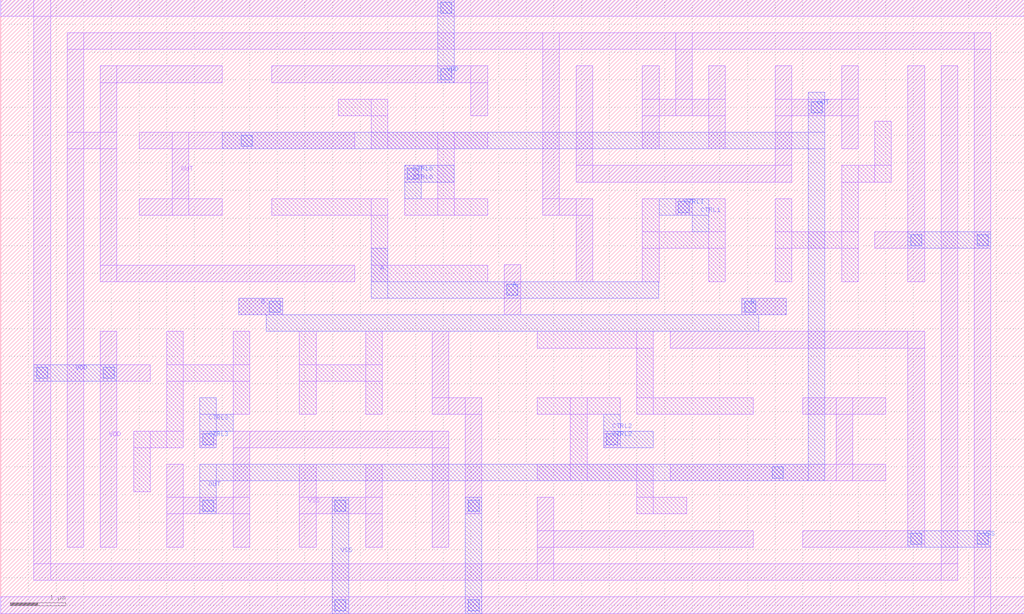
<source format=lef>
VERSION 5.6 ;
BUSBITCHARS "[]" ;
DIVIDERCHAR "/" ;

PROPERTYDEFINITIONS
  MACRO CatenaDesignType STRING ;
END PROPERTYDEFINITIONS

MACRO INV_1
  CLASS CORE ;
  ORIGIN 0 0.15 ;
  FOREIGN INV_1 0 -0.15 ;
  SIZE 12.3 BY 11.1 ;
  SYMMETRY X Y ;
  SITE CoreSite ;
  PIN CTRL0
    DIRECTION INPUT ;
    USE SIGNAL ;
    PORT
      LAYER Metal1 ;
        RECT 1.8 7.65 2.1 7.95 ;
      LAYER Metal2 ;
        RECT 1.8 7.65 3 7.95 ;
        RECT 1.8 7.05 2.1 7.95 ;
      LAYER VIA1 ;
        RECT 1.85 7.7 2.05 7.9 ;
    END
  END CTRL0
  PIN CTRL1
    DIRECTION INPUT ;
    USE SIGNAL ;
    PORT
      LAYER Metal2 ;
        RECT 7.8 9.45 8.7 9.75 ;
        RECT 8.4 8.55 8.7 9.75 ;
      LAYER VIA1 ;
        RECT 8.45 9.5 8.65 9.7 ;
    END
  END CTRL1
  PIN CTRL2
    DIRECTION INPUT ;
    USE SIGNAL ;
    PORT
      LAYER Metal1 ;
        RECT 10.2 2.85 10.5 3.15 ;
      LAYER Metal2 ;
        RECT 10.2 2.85 10.5 3.75 ;
        RECT 9.3 2.85 10.5 3.15 ;
      LAYER VIA1 ;
        RECT 10.25 2.9 10.45 3.1 ;
    END
  END CTRL2
  PIN CTRL3
    DIRECTION INPUT ;
    USE SIGNAL ;
    PORT
      LAYER Metal2 ;
        RECT 3.6 1.05 4.5 1.35 ;
        RECT 3.6 1.05 3.9 2.25 ;
      LAYER VIA1 ;
        RECT 3.65 1.1 3.85 1.3 ;
    END
  END CTRL3
  PIN IN
    DIRECTION INPUT ;
    USE SIGNAL ;
    PORT
      LAYER Metal1 ;
        RECT 5.4 5.25 6.9 5.55 ;
        RECT 6 4.65 6.3 6.15 ;
      LAYER Metal2 ;
        RECT 5.4 5.25 6.9 5.55 ;
        RECT 6 4.65 6.3 6.15 ;
      LAYER VIA1 ;
        RECT 5.55 5.3 5.75 5.5 ;
        RECT 6.05 5.3 6.25 5.5 ;
        RECT 6.55 5.3 6.75 5.5 ;
    END
  END IN
  PIN OUT
    DIRECTION OUTPUT ;
    USE SIGNAL ;
    PORT
      LAYER Metal1 ;
        RECT 9 5.85 9.3 7.35 ;
        RECT 7.8 6.45 9.3 6.75 ;
        RECT 7.8 5.85 8.1 7.35 ;
        RECT 6.6 3.45 8.1 3.75 ;
        RECT 6.6 2.25 8.1 2.55 ;
        RECT 7.2 2.25 7.5 3.75 ;
        RECT 4.2 8.25 5.7 8.55 ;
        RECT 4.2 7.05 5.7 7.35 ;
        RECT 4.8 7.05 5.1 8.55 ;
        RECT 4.2 3.45 4.5 4.95 ;
        RECT 3 4.05 4.5 4.35 ;
        RECT 3 3.45 3.3 4.95 ;
      LAYER Metal2 ;
        RECT 3.6 7.65 8.7 7.95 ;
        RECT 8.4 6.45 8.7 7.95 ;
        RECT 3.6 2.85 7.5 3.15 ;
        RECT 3.6 2.85 3.9 7.95 ;
      LAYER VIA1 ;
        RECT 3.65 4.1 3.85 4.3 ;
        RECT 4.85 7.7 5.05 7.9 ;
        RECT 7.25 2.9 7.45 3.1 ;
        RECT 8.45 6.5 8.65 6.7 ;
    END
  END OUT
  PIN VDD
    DIRECTION INOUT ;
    USE POWER ;
    SHAPE ABUTMENT ;
    PORT
      LAYER Metal1 ;
        RECT 0 10.65 12.3 10.95 ;
        RECT 11.4 0.45 11.7 10.95 ;
        RECT 1.2 0.45 11.7 0.75 ;
        RECT 1.2 0.45 1.5 9.75 ;
    END
  END VDD
  PIN VSS
    DIRECTION INOUT ;
    USE GROUND ;
    SHAPE ABUTMENT ;
    PORT
      LAYER Metal1 ;
        RECT 0 -0.15 12.3 0.15 ;
        RECT 0.6 10.05 11.1 10.35 ;
        RECT 10.8 1.05 11.1 10.35 ;
        RECT 0.6 -0.15 0.9 10.35 ;
    END
  END VSS
  OBS
    LAYER Metal1 ;
      RECT 10.2 1.05 10.5 1.95 ;
      RECT 6.6 1.05 10.5 1.35 ;
      RECT 9 3.45 10.5 3.75 ;
      RECT 9.6 2.25 9.9 3.75 ;
      RECT 8.4 2.25 10.5 2.55 ;
      RECT 8.4 1.65 8.7 2.55 ;
      RECT 7.8 1.65 8.7 1.95 ;
      RECT 9.6 9.45 10.5 9.75 ;
      RECT 10.2 5.85 10.5 9.75 ;
      RECT 9 7.65 9.3 9.75 ;
      RECT 7.8 8.25 8.1 9.75 ;
      RECT 7.8 8.85 9.3 9.15 ;
      RECT 9 7.65 9.9 7.95 ;
      RECT 9.6 7.05 9.9 7.95 ;
      RECT 1.8 9.45 5.7 9.75 ;
      RECT 1.8 8.85 2.1 9.75 ;
      RECT 2.4 2.85 2.7 3.75 ;
      RECT 2.4 2.85 3.3 3.15 ;
      RECT 3 1.05 3.3 3.15 ;
      RECT 4.2 1.05 4.5 2.55 ;
      RECT 3 1.65 4.5 1.95 ;
      RECT 3.6 8.85 4.5 9.15 ;
      RECT 3.6 8.25 3.9 9.15 ;
      RECT 1.8 8.25 3.9 8.55 ;
      RECT 2.4 7.05 2.7 8.55 ;
      RECT 1.8 7.05 3.3 7.35 ;
      RECT 1.8 1.05 2.1 4.95 ;
      RECT 1.8 1.05 2.7 1.35 ;
      RECT 6.6 4.65 10.5 4.95 ;
      RECT 6.6 5.85 6.9 9.75 ;
      RECT 5.4 1.05 5.7 4.95 ;
      RECT 1.8 5.85 5.7 6.15 ;
  END
  PROPERTY CatenaDesignType "deviceLevel" ;
END INV_1

MACRO NAND2_1
  CLASS CORE ;
  ORIGIN 0 0.15 ;
  FOREIGN NAND2_1 0 -0.15 ;
  SIZE 18.5 BY 11.1 ;
  SYMMETRY X Y ;
  SITE CoreSite ;
  PIN A
    DIRECTION INPUT ;
    USE SIGNAL ;
    PORT
      LAYER Metal1 ;
        RECT 9.1 5.25 9.4 6.155 ;
      LAYER Metal2 ;
        RECT 6.7 5.55 11.895 5.85 ;
        RECT 6.7 5.55 7 6.45 ;
      LAYER VIA1 ;
        RECT 9.15 5.6 9.35 5.8 ;
    END
  END A
  PIN B
    DIRECTION INPUT ;
    USE SIGNAL ;
    PORT
      LAYER Metal1 ;
        RECT 13.4 5.25 14.2 5.55 ;
        RECT 4.3 5.25 5.1 5.55 ;
      LAYER Metal2 ;
        RECT 13.4 5.25 14.2 5.55 ;
        RECT 4.8 4.95 13.7 5.25 ;
        RECT 4.3 5.25 5.1 5.55 ;
      LAYER VIA1 ;
        RECT 4.85 5.3 5.05 5.5 ;
        RECT 13.45 5.3 13.65 5.5 ;
    END
  END B
  PIN CTRL0
    DIRECTION INPUT ;
    USE SIGNAL ;
    PORT
      LAYER Metal1 ;
        RECT 7.3 7.65 7.6 7.95 ;
      LAYER Metal2 ;
        RECT 7.3 7.65 8.2 7.95 ;
        RECT 7.3 7.35 7.6 7.95 ;
      LAYER VIA1 ;
        RECT 7.35 7.7 7.55 7.9 ;
    END
  END CTRL0
  PIN CTRL1
    DIRECTION INPUT ;
    USE SIGNAL ;
    PORT
      LAYER Metal1 ;
        RECT 12.2 7.05 12.5 7.35 ;
      LAYER Metal2 ;
        RECT 11.9 7.05 12.8 7.35 ;
        RECT 12.5 6.75 12.8 7.35 ;
      LAYER VIA1 ;
        RECT 12.25 7.1 12.45 7.3 ;
    END
  END CTRL1
  PIN CTRL2
    DIRECTION INPUT ;
    USE SIGNAL ;
    PORT
      LAYER Metal1 ;
        RECT 10.9 2.85 11.2 3.15 ;
      LAYER Metal2 ;
        RECT 10.9 2.85 11.8 3.15 ;
        RECT 10.9 2.85 11.2 3.45 ;
      LAYER VIA1 ;
        RECT 10.95 2.9 11.15 3.1 ;
    END
  END CTRL2
  PIN CTRL3
    DIRECTION INPUT ;
    USE SIGNAL ;
    PORT
      LAYER Metal1 ;
        RECT 3.6 2.85 3.9 3.15 ;
      LAYER Metal2 ;
        RECT 3.6 3.15 4.2 3.45 ;
        RECT 3.6 2.85 3.9 3.75 ;
      LAYER VIA1 ;
        RECT 3.65 2.9 3.85 3.1 ;
    END
  END CTRL3
  PIN OUT
    DIRECTION OUTPUT ;
    USE SIGNAL ;
    PORT
      LAYER Metal1 ;
        RECT 14.5 3.45 16 3.75 ;
        RECT 12.1 2.25 16 2.55 ;
        RECT 15.1 2.25 15.4 3.75 ;
        RECT 15.2 8.25 15.5 9.75 ;
        RECT 14 8.85 15.5 9.15 ;
        RECT 14 7.65 14.3 9.75 ;
        RECT 10.4 7.65 14.3 7.95 ;
        RECT 10.4 7.65 10.7 9.75 ;
        RECT 4.2 2.85 8.1 3.15 ;
        RECT 7.8 1.05 8.1 3.15 ;
        RECT 4.2 1.05 4.5 3.15 ;
        RECT 3 1.65 4.5 1.95 ;
        RECT 3 1.05 3.3 2.55 ;
        RECT 2.5 8.25 6.4 8.55 ;
        RECT 2.5 7.05 4 7.35 ;
        RECT 3.1 7.05 3.4 8.55 ;
      LAYER Metal2 ;
        RECT 14.6 2.25 14.9 9.275 ;
        RECT 4 8.25 14.9 8.55 ;
        RECT 3.6 2.25 14.9 2.55 ;
        RECT 3.6 1.65 3.9 2.55 ;
      LAYER VIA1 ;
        RECT 3.65 1.7 3.85 1.9 ;
        RECT 4.35 8.3 4.55 8.5 ;
        RECT 13.95 2.3 14.15 2.5 ;
        RECT 14.65 8.9 14.85 9.1 ;
    END
  END OUT
  PIN VDD
    DIRECTION INOUT ;
    USE POWER ;
    SHAPE ABUTMENT ;
    PORT
      LAYER Metal1 ;
        RECT 0 10.65 18.5 10.95 ;
        RECT 17 0.45 17.3 9.75 ;
        RECT 0.6 0.45 17.3 0.75 ;
        RECT 9.7 1.05 13.6 1.35 ;
        RECT 9.7 0.45 10 1.95 ;
        RECT 0.6 0.45 0.9 10.95 ;
        RECT 4.9 9.45 8.8 9.75 ;
        RECT 8.5 8.85 8.8 9.75 ;
        RECT 1.8 4.05 2.7 4.35 ;
        RECT 1.8 1.05 2.1 4.95 ;
      LAYER Metal2 ;
        RECT 7.9 9.45 8.2 10.95 ;
        RECT 0.6 4.05 2.1 4.35 ;
      LAYER VIA1 ;
        RECT 0.65 4.1 0.85 4.3 ;
        RECT 1.85 4.1 2.05 4.3 ;
        RECT 7.95 10.7 8.15 10.9 ;
        RECT 7.95 9.5 8.15 9.7 ;
    END
  END VDD
  PIN VSS
    DIRECTION INOUT ;
    USE GROUND ;
    SHAPE ABUTMENT ;
    PORT
      LAYER Metal1 ;
        RECT 0 -0.15 18.5 0.15 ;
        RECT 1.2 10.05 17.9 10.35 ;
        RECT 17.6 -0.15 17.9 10.35 ;
        RECT 12.8 8.25 13.1 9.75 ;
        RECT 11.6 8.85 13.1 9.15 ;
        RECT 12.2 8.85 12.5 10.35 ;
        RECT 11.6 8.25 11.9 9.75 ;
        RECT 9.8 7.05 10.7 7.35 ;
        RECT 10.4 5.85 10.7 7.35 ;
        RECT 9.8 7.05 10.1 10.35 ;
        RECT 1.8 5.85 6.4 6.15 ;
        RECT 1.8 9.45 4 9.75 ;
        RECT 1.8 5.85 2.1 9.75 ;
        RECT 1.2 8.25 2.1 8.55 ;
        RECT 1.2 1.05 1.5 10.35 ;
        RECT 12.1 4.65 16.7 4.95 ;
        RECT 16.4 1.05 16.7 4.95 ;
        RECT 14.5 1.05 16.7 1.35 ;
        RECT 16.4 5.85 16.7 9.75 ;
        RECT 15.8 6.45 16.7 6.75 ;
        RECT 7.8 3.45 8.7 3.75 ;
        RECT 8.4 1.65 8.7 3.75 ;
        RECT 7.8 3.45 8.1 4.95 ;
        RECT 6.6 1.05 6.9 2.55 ;
        RECT 5.4 1.65 6.9 1.95 ;
        RECT 5.4 1.05 5.7 2.55 ;
      LAYER Metal2 ;
        RECT 16.4 1.05 17.9 1.35 ;
        RECT 16.4 6.45 17.9 6.75 ;
        RECT 8.4 -0.15 8.7 1.95 ;
        RECT 5.99 -0.15 6.29 1.95 ;
      LAYER VIA1 ;
        RECT 6.04 1.7 6.24 1.9 ;
        RECT 6.04 -0.1 6.24 0.1 ;
        RECT 8.45 1.7 8.65 1.9 ;
        RECT 8.45 -0.1 8.65 0.1 ;
        RECT 16.45 6.5 16.65 6.7 ;
        RECT 16.45 1.1 16.65 1.3 ;
        RECT 17.65 6.5 17.85 6.7 ;
        RECT 17.65 1.1 17.85 1.3 ;
    END
  END VSS
  OBS
    LAYER Metal1 ;
      RECT 15.8 7.65 16.1 8.75 ;
      RECT 15.2 7.65 16.1 7.95 ;
      RECT 15.2 5.85 15.5 7.95 ;
      RECT 14 5.85 14.3 7.35 ;
      RECT 14 6.45 15.5 6.75 ;
      RECT 9.7 4.65 11.8 4.95 ;
      RECT 11.5 3.45 11.8 4.95 ;
      RECT 11.5 3.45 13.6 3.75 ;
      RECT 12.8 5.85 13.1 7.35 ;
      RECT 11.6 5.85 11.9 7.35 ;
      RECT 11.6 6.45 13.1 6.75 ;
      RECT 9.7 3.45 11.2 3.75 ;
      RECT 10.3 2.25 10.6 3.75 ;
      RECT 9.7 2.25 11.8 2.55 ;
      RECT 11.5 1.65 11.8 2.55 ;
      RECT 11.5 1.65 12.4 1.95 ;
      RECT 4.9 7.05 7 7.35 ;
      RECT 6.7 5.85 7 7.35 ;
      RECT 6.7 5.85 8.8 6.15 ;
      RECT 6.1 8.85 7 9.15 ;
      RECT 6.7 8.25 7 9.15 ;
      RECT 6.7 8.25 8.8 8.55 ;
      RECT 7.9 7.05 8.2 8.55 ;
      RECT 7.3 7.05 8.8 7.35 ;
      RECT 6.6 3.45 6.9 4.95 ;
      RECT 5.4 3.45 5.7 4.95 ;
      RECT 5.4 4.05 6.9 4.35 ;
      RECT 4.2 3.45 4.5 4.95 ;
      RECT 3 2.85 3.3 4.95 ;
      RECT 3 4.05 4.5 4.35 ;
      RECT 2.4 2.85 3.3 3.15 ;
      RECT 2.4 2.05 2.7 3.15 ;
  END
  PROPERTY CatenaDesignType "deviceLevel" ;
END NAND2_1

MACRO NOR2_1
  CLASS CORE ;
  ORIGIN 0 0.15 ;
  FOREIGN NOR2_1 0 -0.15 ;
  SIZE 18.3 BY 11.1 ;
  SYMMETRY X Y ;
  SITE CoreSite ;
  PIN A
    DIRECTION INPUT ;
    USE SIGNAL ;
    PORT
      LAYER Metal1 ;
        RECT 12.6 1.65 14.1 1.95 ;
        RECT 13.2 5.85 13.5 7.35 ;
        RECT 4.2 8.85 5.7 9.15 ;
        RECT 4.8 3.45 5.1 4.95 ;
      LAYER Metal2 ;
        RECT 13.2 1.65 13.5 7.35 ;
        RECT 4.8 5.55 13.5 5.85 ;
        RECT 4.8 3.45 5.1 9.15 ;
      LAYER VIA1 ;
        RECT 4.85 8.9 5.05 9.1 ;
        RECT 4.85 4.1 5.05 4.3 ;
        RECT 13.25 6.5 13.45 6.7 ;
        RECT 13.25 1.7 13.45 1.9 ;
    END
  END A
  PIN B
    DIRECTION INPUT ;
    USE SIGNAL ;
    PORT
      LAYER Metal1 ;
        RECT 9 4.65 9.3 5.25 ;
      LAYER Metal2 ;
        RECT 8.7 4.95 12.9 5.25 ;
        RECT 12.6 4.35 12.9 5.25 ;
      LAYER VIA1 ;
        RECT 9.05 5 9.25 5.2 ;
    END
  END B
  PIN CTRL0
    DIRECTION INPUT ;
    USE SIGNAL ;
    PORT
      LAYER Metal1 ;
        RECT 6.6 7.65 6.9 7.95 ;
      LAYER Metal2 ;
        RECT 6.6 7.65 7.5 7.95 ;
        RECT 6.6 7.35 6.9 7.95 ;
      LAYER VIA1 ;
        RECT 6.65 7.7 6.85 7.9 ;
    END
  END CTRL0
  PIN CTRL1
    DIRECTION INPUT ;
    USE SIGNAL ;
    PORT
      LAYER Metal1 ;
        RECT 9.6 7.65 9.9 7.95 ;
      LAYER Metal2 ;
        RECT 9.6 7.65 10.5 7.95 ;
        RECT 9.6 7.05 9.9 7.95 ;
      LAYER VIA1 ;
        RECT 9.65 7.7 9.85 7.9 ;
    END
  END CTRL1
  PIN CTRL2
    DIRECTION INPUT ;
    USE SIGNAL ;
    PORT
      LAYER Metal1 ;
        RECT 15 2.85 15.3 3.15 ;
      LAYER Metal2 ;
        RECT 15 2.85 15.9 3.15 ;
        RECT 15 2.55 15.3 3.15 ;
      LAYER VIA1 ;
        RECT 15.05 2.9 15.25 3.1 ;
    END
  END CTRL2
  PIN CTRL3
    DIRECTION INPUT ;
    USE SIGNAL ;
    PORT
      LAYER Metal1 ;
        RECT 8.4 2.85 8.7 3.15 ;
      LAYER Metal2 ;
        RECT 8.1 2.85 8.7 3.15 ;
        RECT 8.4 2.25 8.7 3.15 ;
      LAYER VIA1 ;
        RECT 8.45 2.9 8.65 3.1 ;
    END
  END CTRL3
  PIN OUT
    DIRECTION OUTPUT ;
    USE SIGNAL ;
    PORT
      LAYER Metal1 ;
        RECT 15 5.85 15.3 7.35 ;
        RECT 13.8 6.45 15.3 6.75 ;
        RECT 13.8 5.25 14.1 7.35 ;
        RECT 10.2 5.25 14.1 5.55 ;
        RECT 10.2 5.25 10.5 7.35 ;
        RECT 10.2 3.45 14.1 3.75 ;
        RECT 10.2 2.25 11.7 2.55 ;
        RECT 10.8 2.25 11.1 3.75 ;
        RECT 4.2 5.25 8.1 5.55 ;
        RECT 7.8 3.45 8.1 5.55 ;
        RECT 4.2 3.45 4.5 5.55 ;
        RECT 3 4.05 4.5 4.35 ;
        RECT 3 3.45 3.3 4.95 ;
        RECT 6.6 8.25 8.1 8.55 ;
        RECT 4.2 7.05 8.1 7.35 ;
        RECT 7.2 7.05 7.5 8.55 ;
      LAYER Metal2 ;
        RECT 3.6 9.45 14.7 9.75 ;
        RECT 14.4 3.45 14.7 9.75 ;
        RECT 13.8 3.45 14.7 3.75 ;
        RECT 3.6 7.05 4.5 7.35 ;
        RECT 3.6 4.05 3.9 9.75 ;
      LAYER VIA1 ;
        RECT 3.65 4.1 3.85 4.3 ;
        RECT 4.25 7.1 4.45 7.3 ;
        RECT 13.85 3.5 14.05 3.7 ;
        RECT 14.45 6.5 14.65 6.7 ;
    END
  END OUT
  PIN VDD
    DIRECTION INOUT ;
    USE POWER ;
    SHAPE ABUTMENT ;
    PORT
      LAYER Metal1 ;
        RECT 0 10.65 18.3 10.95 ;
        RECT 17.4 0.45 17.7 10.95 ;
        RECT 1.2 0.45 17.7 0.75 ;
        RECT 1.8 1.65 2.7 1.96 ;
        RECT 1.8 0.45 2.1 4.95 ;
        RECT 1.2 0.45 1.5 9.75 ;
        RECT 1.8 5.85 5.7 6.15 ;
        RECT 1.8 5.85 2.1 6.75 ;
      LAYER Metal2 ;
        RECT 1.2 5.85 2.3 6.15 ;
      LAYER VIA1 ;
        RECT 1.25 5.9 1.45 6.1 ;
        RECT 2.05 5.9 2.25 6.1 ;
    END
  END VDD
  PIN VSS
    DIRECTION INOUT ;
    USE GROUND ;
    SHAPE ABUTMENT ;
    PORT
      LAYER Metal1 ;
        RECT 0 -0.15 18.3 0.15 ;
        RECT 0.6 10.05 17.1 10.35 ;
        RECT 16.8 1.05 17.1 10.35 ;
        RECT 12.6 4.65 17.1 4.95 ;
        RECT 16.2 5.85 16.5 10.35 ;
        RECT 16.2 4.05 16.5 4.95 ;
        RECT 15.6 8.84 16.5 9.15 ;
        RECT 12.6 8.25 12.9 9.75 ;
        RECT 11.4 8.85 12.9 9.15 ;
        RECT 12 8.85 12.3 10.35 ;
        RECT 11.4 8.25 11.7 9.75 ;
        RECT 1.8 9.45 8.7 9.75 ;
        RECT 8.4 5.85 8.7 9.75 ;
        RECT 6.6 5.85 8.7 6.15 ;
        RECT 4.8 9.45 5.1 10.35 ;
        RECT 0.6 -0.15 0.9 10.35 ;
        RECT 9.6 1.05 16.5 1.35 ;
        RECT 9.6 4.65 11.7 4.95 ;
        RECT 9.6 1.05 9.9 4.95 ;
        RECT 12.6 5.85 12.9 7.35 ;
        RECT 11.4 6.45 12.9 6.75 ;
        RECT 11.4 5.85 11.7 7.35 ;
        RECT 6.6 1.05 6.9 2.55 ;
        RECT 5.4 1.65 6.9 1.95 ;
        RECT 5.4 1.05 5.7 2.55 ;
        RECT 6.6 3.45 6.9 4.95 ;
        RECT 5.4 4.05 6.9 4.35 ;
        RECT 5.4 3.45 5.7 4.95 ;
      LAYER Metal2 ;
        RECT 15.6 -0.15 15.9 1.35 ;
        RECT 12 6.45 12.3 9.15 ;
        RECT 6 -0.15 6.3 4.35 ;
      LAYER VIA1 ;
        RECT 6.05 4.1 6.25 4.3 ;
        RECT 6.05 1.7 6.25 1.9 ;
        RECT 6.05 -0.1 6.25 0.1 ;
        RECT 12.05 8.9 12.25 9.1 ;
        RECT 12.05 6.5 12.25 6.7 ;
        RECT 15.65 1.1 15.85 1.3 ;
        RECT 15.65 -0.1 15.85 0.1 ;
    END
  END VSS
  OBS
    LAYER Metal1 ;
      RECT 13.8 4.05 14.7 4.35 ;
      RECT 14.4 3.45 14.7 4.35 ;
      RECT 14.4 3.45 16.5 3.75 ;
      RECT 15.6 2.25 15.9 3.75 ;
      RECT 12.6 2.25 16.5 2.55 ;
      RECT 15 7.65 15.3 9.75 ;
      RECT 13.8 7.65 14.1 9.75 ;
      RECT 10.2 7.65 10.5 9.75 ;
      RECT 13.8 8.85 15.3 9.15 ;
      RECT 15 7.65 15.9 7.95 ;
      RECT 15.6 6.85 15.9 7.95 ;
      RECT 10.2 7.65 14.1 7.95 ;
      RECT 2.4 2.85 2.7 3.95 ;
      RECT 4.2 2.85 8.1 3.15 ;
      RECT 7.8 1.05 8.1 3.15 ;
      RECT 2.4 2.85 3.3 3.15 ;
      RECT 3 1.05 3.3 3.15 ;
      RECT 4.2 1.05 4.5 3.15 ;
      RECT 3 1.65 4.5 1.95 ;
      RECT 1.8 8.25 5.7 8.55 ;
      RECT 2.4 7.05 2.7 8.55 ;
      RECT 1.8 7.05 3.9 7.35 ;
      RECT 3.6 6.45 3.9 7.35 ;
      RECT 3.6 6.45 4.5 6.75 ;
  END
  PROPERTY CatenaDesignType "deviceLevel" ;
END NOR2_1

END LIBRARY

</source>
